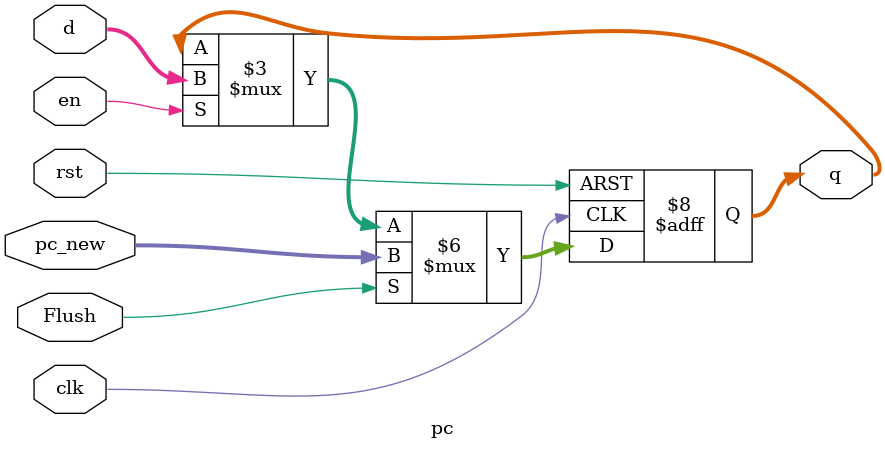
<source format=v>
`timescale 1ns / 1ps


module pc #(parameter WIDTH = 8)(
	input wire clk,rst,en,Flush,
	input wire[WIDTH-1:0] pc_new, d,
	output reg[WIDTH-1:0] q
);
	always @(posedge clk, posedge rst) begin
		if(rst) begin
			q <= 32'hbfc00000;
		end else if (Flush) begin
			q <= pc_new;
		end else if(en) begin
			q <= d;
		end else begin
			q <= q;
		end
	end
endmodule
</source>
